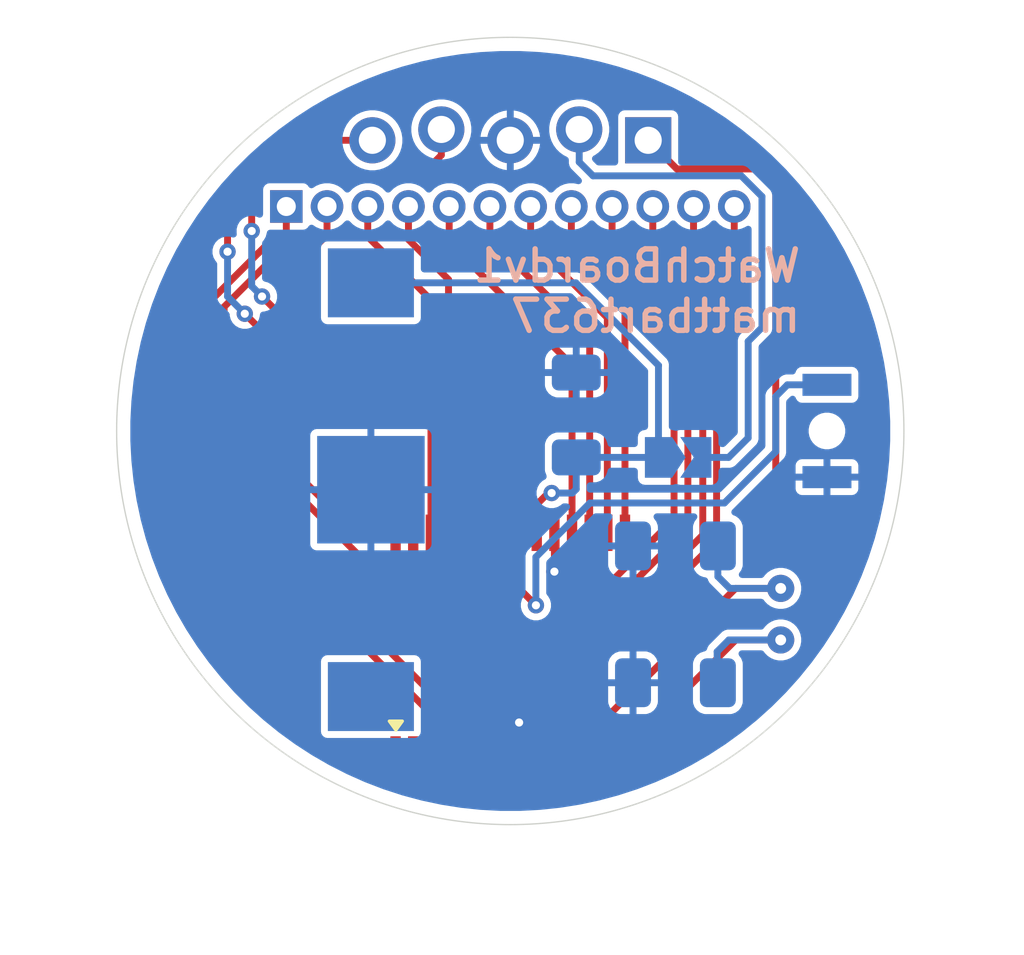
<source format=kicad_pcb>
(kicad_pcb (version 20241229) (generator "pcbnew") (generator_version "9.0")
  (layers (0 "F.Cu" signal) (2 "B.Cu" signal) (13 "F.Paste" user) (15 "B.Paste" user) (5 "F.SilkS" user "F.Silkscreen") (7 "B.SilkS" user "B.Silkscreen") (1 "F.Mask" user) (3 "B.Mask" user) (25 "Edge.Cuts" user))
  (net 0 "")
  (net 1 "GND")
  (net 2 "VBAT")
  (net 3 "T1OSI")
  (net 4 "T1OSO")
  (net 5 "Net-(J1-Pin_2)")
  (net 6 "ICSPDAT")
  (net 7 "ICSPCLK")
  (net 8 "Vpp")
  (net 9 "SEG5")
  (net 10 "COM0")
  (net 11 "SEG1")
  (net 12 "SEG4")
  (net 13 "SEG2")
  (net 14 "COM2")
  (net 15 "COM1")
  (net 16 "COM3")
  (net 17 "USR_BUTTON")
  (net 21 "SEG11")
  (net 23 "SEG10")
  (net 25 "SEG9")
  (net 27 "SEG8")
  (footprint "WatchBoard_Footprints:PIC16F1938-X&slash_SS_MCH-L" (layer "F.Cu") (at 0 7.8331 90)
    (property "Reference" "U1" (hide yes))
    (property "Value" "PIC16F1938")
    (fp_poly (pts (xy -3.184018 -4.215052) (xy -2.854018 -4.455052) (xy -2.854018 -3.975052) (xy -3.184018 -4.215052)) (stroke (width 0.12)) (fill yes) (layer "F.SilkS"))
    (pad "1" smd rect (at -4.0822 -4.225 90) (size 1.339799 0.381) (layers "F.Cu" "F.Mask" "F.Paste") (net 8 "Vpp"))
    (pad "2" smd rect (at -4.0822 -3.574999 90) (size 1.339799 0.381) (layers "F.Cu" "F.Mask" "F.Paste"))
    (pad "3" smd rect (at -4.0822 -2.925 90) (size 1.339799 0.381) (layers "F.Cu" "F.Mask" "F.Paste"))
    (pad "4" smd rect (at -4.0822 -2.274999 90) (size 1.339799 0.381) (layers "F.Cu" "F.Mask" "F.Paste") (net 14 "COM2"))
    (pad "5" smd rect (at -4.0822 -1.625001 90) (size 1.339799 0.381) (layers "F.Cu" "F.Mask" "F.Paste") (net 16 "COM3"))
    (pad "6" smd rect (at -4.0822 -0.974999 90) (size 1.339799 0.381) (layers "F.Cu" "F.Mask" "F.Paste") (net 12 "SEG4"))
    (pad "7" smd rect (at -4.0822 -0.325001 90) (size 1.339799 0.381) (layers "F.Cu" "F.Mask" "F.Paste") (net 9 "SEG5"))
    (pad "8" smd rect (at -4.0822 0.324998 90) (size 1.339799 0.381) (layers "F.Cu" "F.Mask" "F.Paste") (net 1 "GND"))
    (pad "9" smd rect (at -4.0822 0.974999 90) (size 1.339799 0.381) (layers "F.Cu" "F.Mask" "F.Paste") (net 13 "SEG2"))
    (pad "10" smd rect (at -4.0822 1.624998 90) (size 1.339799 0.381) (layers "F.Cu" "F.Mask" "F.Paste") (net 11 "SEG1"))
    (pad "11" smd rect (at -4.0822 2.274999 90) (size 1.339799 0.381) (layers "F.Cu" "F.Mask" "F.Paste") (net 4 "T1OSO"))
    (pad "12" smd rect (at -4.0822 2.924998 90) (size 1.339799 0.381) (layers "F.Cu" "F.Mask" "F.Paste") (net 3 "T1OSI"))
    (pad "13" smd rect (at -4.0822 3.574999 90) (size 1.339799 0.381) (layers "F.Cu" "F.Mask" "F.Paste"))
    (pad "14" smd rect (at -4.0822 4.224998 90) (size 1.339799 0.381) (layers "F.Cu" "F.Mask" "F.Paste"))
    (pad "15" smd rect (at 4.0822 4.225 90) (size 1.339799 0.381) (layers "F.Cu" "F.Mask" "F.Paste") (net 21 "SEG11"))
    (pad "16" smd rect (at 4.0822 3.574999 90) (size 1.339799 0.381) (layers "F.Cu" "F.Mask" "F.Paste") (net 23 "SEG10"))
    (pad "17" smd rect (at 4.0822 2.925 90) (size 1.339799 0.381) (layers "F.Cu" "F.Mask" "F.Paste") (net 25 "SEG9"))
    (pad "18" smd rect (at 4.0822 2.274999 90) (size 1.339799 0.381) (layers "F.Cu" "F.Mask" "F.Paste") (net 27 "SEG8"))
    (pad "19" smd rect (at 4.0822 1.625001 90) (size 1.339799 0.381) (layers "F.Cu" "F.Mask" "F.Paste") (net 1 "GND"))
    (pad "20" smd rect (at 4.0822 0.974999 90) (size 1.339799 0.381) (layers "F.Cu" "F.Mask" "F.Paste") (net 2 "VBAT"))
    (pad "21" smd rect (at 4.0822 0.325001 90) (size 1.339799 0.381) (layers "F.Cu" "F.Mask" "F.Paste"))
    (pad "22" smd rect (at 4.0822 -0.325001 90) (size 1.339799 0.381) (layers "F.Cu" "F.Mask" "F.Paste") (net 17 "USR_BUTTON"))
    (pad "23" smd rect (at 4.0822 -0.974999 90) (size 1.339799 0.381) (layers "F.Cu" "F.Mask" "F.Paste"))
    (pad "24" smd rect (at 4.0822 -1.625001 90) (size 1.339799 0.381) (layers "F.Cu" "F.Mask" "F.Paste"))
    (pad "25" smd rect (at 4.0822 -2.274999 90) (size 1.339799 0.381) (layers "F.Cu" "F.Mask" "F.Paste") (net 10 "COM0"))
    (pad "26" smd rect (at 4.0822 -2.925 90) (size 1.339799 0.381) (layers "F.Cu" "F.Mask" "F.Paste") (net 15 "COM1"))
    (pad "27" smd rect (at 4.0822 -3.574999 90) (size 1.339799 0.381) (layers "F.Cu" "F.Mask" "F.Paste") (net 7 "ICSPCLK"))
    (pad "28" smd rect (at 4.0822 -4.225 90) (size 1.339799 0.381) (layers "F.Cu" "F.Mask" "F.Paste") (net 6 "ICSPDAT"))
  )
  (footprint "WatchBoard_Footprints:LCD-S401M16KR" (layer "F.Cu") (at 0 -1.651)
    (property "Reference" "LCD1" (hide yes))
    (property "Value" "~")
    (pad "1" thru_hole rect (at -8.24997 -6.617954) (size 1.2 1.2) (drill 0.7) (layers "*.Cu" "*.Mask") (net 14 "COM2"))
    (pad "2" thru_hole oval (at -6.74997 -6.617954) (size 1.2 1.2) (drill 0.7) (layers "*.Cu" "*.Mask") (net 16 "COM3"))
    (pad "3" thru_hole oval (at -5.24997 -6.617954) (size 1.2 1.2) (drill 0.7) (layers "*.Cu" "*.Mask") (net 15 "COM1"))
    (pad "4" thru_hole oval (at -3.74997 -6.617954) (size 1.2 1.2) (drill 0.7) (layers "*.Cu" "*.Mask") (net 10 "COM0"))
    (pad "5" thru_hole oval (at -2.24997 -6.617954) (size 1.2 1.2) (drill 0.7) (layers "*.Cu" "*.Mask") (net 27 "SEG8"))
    (pad "6" thru_hole oval (at -0.74997 -6.617954) (size 1.2 1.2) (drill 0.7) (layers "*.Cu" "*.Mask") (net 25 "SEG9"))
    (pad "7" thru_hole oval (at 0.75003 -6.617954) (size 1.2 1.2) (drill 0.7) (layers "*.Cu" "*.Mask") (net 23 "SEG10"))
    (pad "8" thru_hole oval (at 2.25003 -6.617954) (size 1.2 1.2) (drill 0.7) (layers "*.Cu" "*.Mask") (net 21 "SEG11"))
    (pad "9" thru_hole oval (at 3.75003 -6.617954) (size 1.2 1.2) (drill 0.7) (layers "*.Cu" "*.Mask") (net 12 "SEG4"))
    (pad "10" thru_hole oval (at 5.25003 -6.617954) (size 1.2 1.2) (drill 0.7) (layers "*.Cu" "*.Mask") (net 9 "SEG5"))
    (pad "11" thru_hole oval (at 6.75003 -6.617954) (size 1.2 1.2) (drill 0.7) (layers "*.Cu" "*.Mask") (net 13 "SEG2"))
    (pad "12" thru_hole oval (at 8.25003 -6.617954) (size 1.2 1.2) (drill 0.7) (layers "*.Cu" "*.Mask") (net 11 "SEG1"))
  )
  (footprint "WatchBoard_Footprints:ISCPHeader_1x05_P2.54mm" (layer "F.Cu") (at 0 -10.707 -90)
    (property "Reference" "J1" (hide yes))
    (property "Value" "ISCP Connector")
    (pad "1" thru_hole rect (at 0 -5.08 270) (size 1.7 1.7) (drill 1) (layers "*.Cu" "*.Mask") (net 8 "Vpp"))
    (pad "2" thru_hole oval (at -0.4 -2.54 270) (size 1.7 1.7) (drill 1) (layers "*.Cu" "*.Mask") (net 5 "Net-(J1-Pin_2)"))
    (pad "3" thru_hole oval (at 0 0 270) (size 1.7 1.7) (drill 1) (layers "*.Cu" "*.Mask") (net 1 "GND"))
    (pad "4" thru_hole oval (at -0.4 2.54 270) (size 1.7 1.7) (drill 1) (layers "*.Cu" "*.Mask") (net 6 "ICSPDAT"))
    (pad "5" thru_hole oval (at 0 5.08 270) (size 1.7 1.7) (drill 1) (layers "*.Cu" "*.Mask") (net 7 "ICSPCLK"))
  )
  (footprint "WatchBoard_Footprints:C_1206_3216Metric_Pad1.33x1.80mm_HandSolder" (layer "B.Cu") (at 6.084 4.235 180)
    (property "Reference" "C3" (hide yes))
    (property "Value" "24pF")
    (pad "1" smd roundrect (at -1.5625 0 180) (size 1.325 1.8) (layers "B.Cu" "B.Mask" "B.Paste") (roundrect_rratio 0.188679) (net 4 "T1OSO"))
    (pad "2" smd roundrect (at 1.5625 0 180) (size 1.325 1.8) (layers "B.Cu" "B.Mask" "B.Paste") (roundrect_rratio 0.188679) (net 1 "GND"))
  )
  (footprint "WatchBoard_Footprints:SolderJumper-2_P1.3mm_Open_TrianglePad1.0x1.5mm" (layer "B.Cu") (at 6.183671 0.973992)
    (property "Reference" "JP1" (hide yes))
    (property "Value" "~")
    (pad "1" smd custom (at -0.725 0) (size 0.3 0.3) (layers "B.Cu" "B.Mask") (net 2 "VBAT") (options (clearance outline) (anchor rect)) (primitives (gr_poly (pts (xy 1 0) (xy 0.5 -0.75) (xy -0.5 -0.75) (xy -0.5 0.75) (xy 0.5 0.75)) (width 0) (fill yes))))
    (pad "2" smd custom (at 0.725 0) (size 0.3 0.3) (layers "B.Cu" "B.Mask") (net 5 "Net-(J1-Pin_2)") (options (clearance outline) (anchor rect)) (primitives (gr_poly (pts (xy 0.5 -0.75) (xy -0.65 -0.75) (xy -0.15 0) (xy -0.65 0.75) (xy 0.5 0.75)) (width 0) (fill yes))))
  )
  (footprint "WatchBoard_Footprints:SW_B3U-3000P-B_OMR" (layer "B.Cu") (at 11.665 0 90)
    (property "Reference" "SW1" (hide yes))
    (property "Value" "SW_Push")
    (pad "" np_thru_hole circle (at 0 0 270) (size 0.8382 0.8382) (drill 0.8382) (layers "*.Cu" "*.Mask"))
    (pad "1" smd rect (at 1.700002 0 270) (size 0.8128 1.8034) (layers "B.Cu" "B.Mask" "B.Paste") (net 17 "USR_BUTTON"))
    (pad "2" smd rect (at -1.700002 0 270) (size 0.8128 1.8034) (layers "B.Cu" "B.Mask" "B.Paste") (net 1 "GND"))
  )
  (footprint "WatchBoard_Footprints:Crystal_CFS-206_D2.0mm_L6.2mm" (layer "B.Cu") (at 9.961 7.698 90)
    (property "Reference" "Y1" (hide yes))
    (property "Value" "32.768kHz")
    (pad "1" thru_hole circle (at 0 0 270) (size 1 1) (drill 0.4) (layers "*.Cu" "*.Mask") (net 3 "T1OSI"))
    (pad "2" thru_hole circle (at 1.9 0 270) (size 1 1) (drill 0.4) (layers "*.Cu" "*.Mask") (net 4 "T1OSO"))
  )
  (footprint "WatchBoard_Footprints:C_1206_3216Metric_Pad1.33x1.80mm_HandSolder" (layer "B.Cu") (at 6.084 9.274 180)
    (property "Reference" "C2" (hide yes))
    (property "Value" "24pF")
    (pad "1" smd roundrect (at -1.5625 0 180) (size 1.325 1.8) (layers "B.Cu" "B.Mask" "B.Paste") (roundrect_rratio 0.188679) (net 3 "T1OSI"))
    (pad "2" smd roundrect (at 1.5625 0 180) (size 1.325 1.8) (layers "B.Cu" "B.Mask" "B.Paste") (roundrect_rratio 0.188679) (net 1 "GND"))
  )
  (footprint "WatchBoard_Footprints:C_1206_3216Metric_Pad1.33x1.80mm_HandSolder" (layer "B.Cu") (at 2.429864 -0.58963 90)
    (property "Reference" "C1" (hide yes))
    (property "Value" "0.1uF")
    (pad "1" smd roundrect (at -1.5625 0 90) (size 1.325 1.8) (layers "B.Cu" "B.Mask" "B.Paste") (roundrect_rratio 0.188679) (net 2 "VBAT"))
    (pad "2" smd roundrect (at 1.5625 0 90) (size 1.325 1.8) (layers "B.Cu" "B.Mask" "B.Paste") (roundrect_rratio 0.188679) (net 1 "GND"))
  )
  (footprint "WatchBoard_Footprints:keystone_PN2894_BatteryHolder" (layer "B.Cu") (at -5.133999 2.163 90)
    (property "Reference" "BT1" (hide yes))
    (property "Value" "CR1220")
    (pad "1" smd rect (at -7.62 0 270) (size 2.54 3.17) (layers "B.Cu" "B.Mask" "B.Paste") (net 2 "VBAT"))
    (pad "1" smd rect (at 7.62 0 270) (size 2.54 3.17) (layers "B.Cu" "B.Mask" "B.Paste") (net 2 "VBAT"))
    (pad "2" smd rect (at 0 0 270) (size 3.96 3.96) (layers "B.Cu" "B.Mask" "B.Paste") (net 1 "GND"))
  )
  (gr_circle (center 0 0) (end 14.5 0) (stroke (width 0.05)) (fill no) (layer "Edge.Cuts"))
  (gr_text "WatchBoardv1\nmattbart637" (at 10.795 -3.556 0) (layer "B.SilkS") (effects (font (size 1.15 1.15) (thickness 0.2) (bold yes)) (justify left bottom mirror)))
  (segment (start 1.625001 3.7509) (end 1.625001 5.181001) (width 0.254) (layer "F.Cu") (net 1))
  (segment (start 0.324998 11.9153) (end 0.324998 10.738998) (width 0.254) (layer "F.Cu") (net 1))
  (via (at 1.625001 5.181001) (size 0.6) (drill 0.3) (layers "F.Cu" "B.Cu") (net 1))
  (via (at 0.324998 10.738998) (size 0.6) (drill 0.3) (layers "F.Cu" "B.Cu") (net 1))
  (segment (start 0.974999 2.708001) (end 1.397 2.286) (width 0.254) (layer "F.Cu") (net 2))
  (segment (start 0.974999 3.7509) (end 0.974999 2.708001) (width 0.254) (layer "F.Cu") (net 2))
  (segment (start 1.397 2.286) (end 1.524 2.286) (width 0.254) (layer "F.Cu") (net 2))
  (via (at 1.524 2.286) (size 0.6) (drill 0.3) (layers "F.Cu" "B.Cu") (net 2))
  (segment (start 4.148992 0.973992) (end 5.458671 0.973992) (width 0.254) (layer "B.Cu") (net 2))
  (segment (start 4.14787 0.97287) (end 2.429864 0.97287) (width 0.254) (layer "B.Cu") (net 2))
  (segment (start 4.148992 0.973992) (end 4.14787 0.97287) (width 0.254) (layer "B.Cu") (net 2))
  (segment (start 1.524 2.286) (end 2.286 2.286) (width 0.254) (layer "B.Cu") (net 2))
  (segment (start 5.458671 -2.410671) (end 5.458671 0.973992) (width 0.254) (layer "B.Cu") (net 2))
  (segment (start 2.429864 2.142136) (end 2.429864 0.97287) (width 0.254) (layer "B.Cu") (net 2))
  (segment (start 2.417001 -5.456999) (end 5.461 -2.413) (width 0.254) (layer "B.Cu") (net 2))
  (segment (start -5.133999 -5.456999) (end 2.417001 -5.456999) (width 0.254) (layer "B.Cu") (net 2))
  (segment (start 5.461 -2.413) (end 5.458671 -2.410671) (width 0.254) (layer "B.Cu") (net 2))
  (segment (start 2.286 2.286) (end 2.429864 2.142136) (width 0.254) (layer "B.Cu") (net 2))
  (segment (start 5.138599 10.863401) (end 8.304 7.698) (width 0.254) (layer "F.Cu") (net 3))
  (segment (start 3.052998 10.863401) (end 5.138599 10.863401) (width 0.254) (layer "F.Cu") (net 3))
  (segment (start 3.002499 11.856501) (end 2.9437 11.9153) (width 0.254) (layer "F.Cu") (net 3))
  (segment (start 2.924998 11.9153) (end 2.924998 10.991401) (width 0.254) (layer "F.Cu") (net 3))
  (segment (start 2.9437 11.9153) (end 2.924998 11.9153) (width 0.254) (layer "F.Cu") (net 3))
  (segment (start 8.304 7.698) (end 9.961 7.698) (width 0.254) (layer "F.Cu") (net 3))
  (segment (start 2.924998 10.991401) (end 3.052998 10.863401) (width 0.254) (layer "F.Cu") (net 3))
  (segment (start 7.62 9.3745) (end 7.6465 9.401) (width 0.254) (layer "B.Cu") (net 3))
  (segment (start 8.05 7.698) (end 7.62 8.128) (width 0.254) (layer "B.Cu") (net 3))
  (segment (start 9.961 7.698) (end 8.05 7.698) (width 0.254) (layer "B.Cu") (net 3))
  (segment (start 7.62 8.128) (end 7.62 9.3745) (width 0.254) (layer "B.Cu") (net 3))
  (segment (start 8.299 5.798) (end 9.961 5.798) (width 0.254) (layer "F.Cu") (net 4))
  (segment (start 2.274999 11.9153) (end 2.274999 10.871066) (width 0.254) (layer "F.Cu") (net 4))
  (segment (start 2.791664 10.354401) (end 3.742599 10.354401) (width 0.254) (layer "F.Cu") (net 4))
  (segment (start 2.274999 10.871066) (end 2.791664 10.354401) (width 0.254) (layer "F.Cu") (net 4))
  (segment (start 3.742599 10.354401) (end 8.299 5.798) (width 0.254) (layer "F.Cu") (net 4))
  (segment (start 8.084 5.798) (end 7.6465 5.3605) (width 0.254) (layer "B.Cu") (net 4))
  (segment (start 9.961 5.798) (end 8.084 5.798) (width 0.254) (layer "B.Cu") (net 4))
  (segment (start 7.6465 5.3605) (end 7.6465 4.108) (width 0.254) (layer "B.Cu") (net 4))
  (segment (start 2.54 -9.906) (end 2.54 -11.107) (width 0.254) (layer "B.Cu") (net 5))
  (segment (start 8.509 -9.398) (end 3.048 -9.398) (width 0.254) (layer "B.Cu") (net 5))
  (segment (start 6.908671 0.973992) (end 8.043008 0.973992) (width 0.254) (layer "B.Cu") (net 5))
  (segment (start 2.54 -9.906) (end 3.048 -9.398) (width 0.254) (layer "B.Cu") (net 5))
  (segment (start 9.271 -3.81) (end 9.271 -8.636) (width 0.254) (layer "B.Cu") (net 5))
  (segment (start 8.763 0.254) (end 8.763 -3.302) (width 0.254) (layer "B.Cu") (net 5))
  (segment (start 8.043008 0.973992) (end 8.763 0.254) (width 0.254) (layer "B.Cu") (net 5))
  (segment (start 9.271 -8.636) (end 8.509 -9.398) (width 0.254) (layer "B.Cu") (net 5))
  (segment (start 8.763 -3.302) (end 9.271 -3.81) (width 0.254) (layer "B.Cu") (net 5))
  (segment (start -2.54 -11.107) (end -2.54 -10.16) (width 0.254) (layer "F.Cu") (net 6))
  (segment (start -9.525 -8.763) (end -9.525 -7.366) (width 0.254) (layer "F.Cu") (net 6))
  (segment (start -8.509 -3.767835) (end -8.508 -3.766835) (width 0.254) (layer "F.Cu") (net 6))
  (segment (start -8.508 -3.766834) (end -8.508 -3.345166) (width 0.254) (layer "F.Cu") (net 6))
  (segment (start -8.509 -3.767834) (end -8.509 -3.767835) (width 0.254) (layer "F.Cu") (net 6))
  (segment (start -8.509 -4.318) (end -8.509 -3.767834) (width 0.254) (layer "F.Cu") (net 6))
  (segment (start -9.144 -4.953) (end -8.509 -4.318) (width 0.254) (layer "F.Cu") (net 6))
  (segment (start -8.89 -9.398) (end -9.525 -8.763) (width 0.254) (layer "F.Cu") (net 6))
  (segment (start -3.302 -9.398) (end -8.89 -9.398) (width 0.254) (layer "F.Cu") (net 6))
  (segment (start -5.689266 3.7509) (end -4.225 3.7509) (width 0.254) (layer "F.Cu") (net 6))
  (segment (start -8.508 -3.766835) (end -8.508 -3.766834) (width 0.254) (layer "F.Cu") (net 6))
  (segment (start -8.508 0.932166) (end -5.689266 3.7509) (width 0.254) (layer "F.Cu") (net 6))
  (segment (start -8.508 -3.345166) (end -8.508 0.932166) (width 0.254) (layer "F.Cu") (net 6))
  (segment (start -2.54 -10.16) (end -3.302 -9.398) (width 0.254) (layer "F.Cu") (net 6))
  (via (at -9.144 -4.953) (size 0.6) (drill 0.3) (layers "F.Cu" "B.Cu") (net 6))
  (via (at -9.525 -7.366) (size 0.6) (drill 0.3) (layers "F.Cu" "B.Cu") (net 6))
  (segment (start -9.144 -4.953) (end -9.525 -5.334) (width 0.254) (layer "B.Cu") (net 6))
  (segment (start -9.525 -5.334) (end -9.525 -7.366) (width 0.254) (layer "B.Cu") (net 6))
  (segment (start -9.017 -3.556) (end -9.779 -4.318) (width 0.254) (layer "F.Cu") (net 7))
  (segment (start -3.574999 4.725298) (end -3.929701 5.08) (width 0.254) (layer "F.Cu") (net 7))
  (segment (start -3.929701 5.08) (end -5.08 5.08) (width 0.254) (layer "F.Cu") (net 7))
  (segment (start -8.343 -10.707) (end -5.08 -10.707) (width 0.254) (layer "F.Cu") (net 7))
  (segment (start -10.414 -8.636) (end -10.414 -6.604) (width 0.254) (layer "F.Cu") (net 7))
  (segment (start -5.08 -10.707) (end -5.119 -10.668) (width 0.254) (layer "F.Cu") (net 7))
  (segment (start -3.574999 3.7509) (end -3.574999 4.725298) (width 0.254) (layer "F.Cu") (net 7))
  (segment (start -8.343 -10.707) (end -10.414 -8.636) (width 0.254) (layer "F.Cu") (net 7))
  (segment (start -9.017 1.143) (end -9.017 -3.556) (width 0.254) (layer "F.Cu") (net 7))
  (segment (start -5.08 5.08) (end -9.017 1.143) (width 0.254) (layer "F.Cu") (net 7))
  (via (at -10.414 -6.604) (size 0.6) (drill 0.3) (layers "F.Cu" "B.Cu") (net 7))
  (via (at -9.779 -4.318) (size 0.6) (drill 0.3) (layers "F.Cu" "B.Cu") (net 7))
  (segment (start -10.414 -4.953) (end -10.414 -6.604) (width 0.254) (layer "B.Cu") (net 7))
  (segment (start -9.779 -4.318) (end -10.414 -4.953) (width 0.254) (layer "B.Cu") (net 7))
  (segment (start 9.144 -9.652) (end 6.135 -9.652) (width 0.254) (layer "F.Cu") (net 8))
  (segment (start -4.225 11.9153) (end -4.225 12.889698) (width 0.254) (layer "F.Cu") (net 8))
  (segment (start 10.8639 4.8949) (end 9.779 3.81) (width 0.254) (layer "F.Cu") (net 8))
  (segment (start 9.779 -9.017) (end 9.144 -9.652) (width 0.254) (layer "F.Cu") (net 8))
  (segment (start -4.225 12.889698) (end -4.033698 13.081) (width 0.254) (layer "F.Cu") (net 8))
  (segment (start 9.779 3.81) (end 9.779 -9.017) (width 0.254) (layer "F.Cu") (net 8))
  (segment (start 6.858 10.795) (end 8.128 10.795) (width 0.254) (layer "F.Cu") (net 8))
  (segment (start 10.8639 8.0591) (end 10.8639 4.8949) (width 0.254) (layer "F.Cu") (net 8))
  (segment (start -4.033698 13.081) (end 4.572 13.081) (width 0.254) (layer "F.Cu") (net 8))
  (segment (start 8.128 10.795) (end 10.8639 8.0591) (width 0.254) (layer "F.Cu") (net 8))
  (segment (start 6.135 -9.652) (end 5.08 -10.707) (width 0.254) (layer "F.Cu") (net 8))
  (segment (start 4.572 13.081) (end 6.858 10.795) (width 0.254) (layer "F.Cu") (net 8))
  (segment (start 6.5415 3.154666) (end 6.5415 3.1105) (width 0.254) (layer "F.Cu") (net 9))
  (segment (start 6.5415 3.576334) (end 6.5415 3.154666) (width 0.254) (layer "F.Cu") (net 9))
  (segment (start 5.25003 -7.19597) (end 5.25003 -8.268954) (width 0.254) (layer "F.Cu") (net 9))
  (segment (start 6.5415 -4.551666) (end 6.5415 -4.973334) (width 0.254) (layer "F.Cu") (net 9))
  (segment (start 6.5415 -5.9045) (end 5.25003 -7.19597) (width 0.254) (layer "F.Cu") (net 9))
  (segment (start 6.243335 3.8745) (end 6.5415 3.576335) (width 0.254) (layer "F.Cu") (net 9))
  (segment (start 6.5415 3.1105) (end 6.5415 -4.551666) (width 0.254) (layer "F.Cu") (net 9))
  (segment (start 6.5415 3.576335) (end 6.5415 3.576334) (width 0.254) (layer "F.Cu") (net 9))
  (segment (start -0.325001 10.442835) (end 6.243334 3.8745) (width 0.254) (layer "F.Cu") (net 9))
  (segment (start 6.5415 -4.973334) (end 6.5415 -5.9045) (width 0.254) (layer "F.Cu") (net 9))
  (segment (start 6.243334 3.8745) (end 6.243335 3.8745) (width 0.254) (layer "F.Cu") (net 9))
  (segment (start -0.325001 11.9153) (end -0.325001 10.442835) (width 0.254) (layer "F.Cu") (net 9))
  (segment (start -2.274999 -5.576999) (end -3.74997 -7.05197) (width 0.254) (layer "F.Cu") (net 10))
  (segment (start -3.74997 -7.05197) (end -3.74997 -8.268954) (width 0.254) (layer "F.Cu") (net 10))
  (segment (start -2.274999 3.7509) (end -2.274999 -5.576999) (width 0.254) (layer "F.Cu") (net 10))
  (segment (start 1.624998 11.9153) (end 1.624998 10.016836) (width 0.254) (layer "F.Cu") (net 11))
  (segment (start 7.599917 4.041918) (end 7.599917 -6.456917) (width 0.254) (layer "F.Cu") (net 11))
  (segment (start 7.599916 4.041918) (end 7.599917 4.041918) (width 0.254) (layer "F.Cu") (net 11))
  (segment (start 7.599917 -6.456917) (end 8.25003 -7.10703) (width 0.254) (layer "F.Cu") (net 11))
  (segment (start 8.25003 -7.10703) (end 8.25003 -8.268954) (width 0.254) (layer "F.Cu") (net 11))
  (segment (start 1.624998 10.016836) (end 7.599916 4.041918) (width 0.254) (layer "F.Cu") (net 11))
  (segment (start 6.0325 3.2385) (end 6.0325 2.943831) (width 0.254) (layer "F.Cu") (net 12))
  (segment (start 6.0325 -4.340831) (end 6.0325 -4.7625) (width 0.254) (layer "F.Cu") (net 12))
  (segment (start 3.75003 -7.04497) (end 3.75003 -8.268954) (width 0.254) (layer "F.Cu") (net 12))
  (segment (start -0.974999 11.9153) (end -0.974999 10.245999) (width 0.254) (layer "F.Cu") (net 12))
  (segment (start 4.595201 4.802799) (end 4.7975 4.6005) (width 0.254) (layer "F.Cu") (net 12))
  (segment (start 4.468201 4.802799) (end 4.595201 4.802799) (width 0.254) (layer "F.Cu") (net 12))
  (segment (start 4.7975 4.4735) (end 6.0325 3.2385) (width 0.254) (layer "F.Cu") (net 12))
  (segment (start -0.974999 10.245999) (end 4.468201 4.802799) (width 0.254) (layer "F.Cu") (net 12))
  (segment (start 6.0325 2.943831) (end 6.0325 2.899665) (width 0.254) (layer "F.Cu") (net 12))
  (segment (start 4.7975 4.6005) (end 4.7975 4.4735) (width 0.254) (layer "F.Cu") (net 12))
  (segment (start 6.0325 -4.7625) (end 3.75003 -7.04497) (width 0.254) (layer "F.Cu") (net 12))
  (segment (start 6.0325 2.899665) (end 6.0325 -4.340831) (width 0.254) (layer "F.Cu") (net 12))
  (segment (start 6.75003 -7.21997) (end 6.75003 -8.268954) (width 0.254) (layer "F.Cu") (net 13))
  (segment (start 0.974999 11.9153) (end 1.052498 11.9153) (width 0.254) (layer "F.Cu") (net 13))
  (segment (start 0.974999 11.9153) (end 0.974999 9.947001) (width 0.254) (layer "F.Cu") (net 13))
  (segment (start 7.090917 3.831083) (end 7.090917 -6.879083) (width 0.254) (layer "F.Cu") (net 13))
  (segment (start 0.974999 9.947001) (end 7.090917 3.831083) (width 0.254) (layer "F.Cu") (net 13))
  (segment (start 7.090917 -6.879083) (end 6.75003 -7.21997) (width 0.254) (layer "F.Cu") (net 13))
  (segment (start -10.750835 -5.082) (end -10.750834 -5.082) (width 0.254) (layer "F.Cu") (net 14))
  (segment (start -11.049 2.236734) (end -11.049 1.815066) (width 0.254) (layer "F.Cu") (net 14))
  (segment (start -11.049 -4.699) (end -11.049 -4.783835) (width 0.254) (layer "F.Cu") (net 14))
  (segment (start -8.636003 -6.858) (end -8.635002 -6.859001) (width 0.254) (layer "F.Cu") (net 14))
  (segment (start -8.89 -6.858) (end -8.636003 -6.858) (width 0.254) (layer "F.Cu") (net 14))
  (segment (start -11.049 -4.362166) (end -11.049 -4.699) (width 0.254) (layer "F.Cu") (net 14))
  (segment (start -11.049 -4.783835) (end -11.049 -4.783834) (width 0.254) (layer "F.Cu") (net 14))
  (segment (start -8.634999 -6.859001) (end -8.24997 -7.24403) (width 0.254) (layer "F.Cu") (net 14))
  (segment (start -11.049 1.815066) (end -11.049 -4.362166) (width 0.254) (layer "F.Cu") (net 14))
  (segment (start -8.635002 -6.859001) (end -8.635001 -6.859) (width 0.254) (layer "F.Cu") (net 14))
  (segment (start -8.974834 -6.858) (end -8.974835 -6.858) (width 0.254) (layer "F.Cu") (net 14))
  (segment (start -11.049 2.286) (end -11.049 2.236734) (width 0.254) (layer "F.Cu") (net 14))
  (segment (start -9.273 -6.559835) (end -9.273 -6.559834) (width 0.254) (layer "F.Cu") (net 14))
  (segment (start -9.273 -6.559834) (end -8.974834 -6.858) (width 0.254) (layer "F.Cu") (net 14))
  (segment (start -11.049 -4.783834) (end -10.750835 -5.082) (width 0.254) (layer "F.Cu") (net 14))
  (segment (start -10.750834 -5.082) (end -9.273 -6.559835) (width 0.254) (layer "F.Cu") (net 14))
  (segment (start -2.274999 11.060001) (end -11.049 2.286) (width 0.254) (layer "F.Cu") (net 14))
  (segment (start -8.635001 -6.859) (end -8.634999 -6.859001) (width 0.254) (layer "F.Cu") (net 14))
  (segment (start -8.974835 -6.858) (end -8.89 -6.858) (width 0.254) (layer "F.Cu") (net 14))
  (segment (start -8.24997 -7.24403) (end -8.24997 -8.268954) (width 0.254) (layer "F.Cu") (net 14))
  (segment (start -2.274999 11.9153) (end -2.274999 11.060001) (width 0.254) (layer "F.Cu") (net 14))
  (segment (start -5.24997 -8.268954) (end -5.24997 -7.15497) (width 0.254) (layer "F.Cu") (net 15))
  (segment (start -5.24997 -8.268954) (end -5.24997 -8.33903) (width 0.254) (layer "F.Cu") (net 15))
  (segment (start -5.24997 -7.15497) (end -2.921 -4.826) (width 0.254) (layer "F.Cu") (net 15))
  (segment (start -5.24997 -8.33903) (end -5.207 -8.382) (width 0.254) (layer "F.Cu") (net 15))
  (segment (start -2.921 -4.826) (end -2.921 3.482499) (width 0.254) (layer "F.Cu") (net 15))
  (segment (start -10.54 -4.573) (end -10.54 2.0259) (width 0.254) (layer "F.Cu") (net 16))
  (segment (start -6.74997 -8.268954) (end -6.731 -8.249984) (width 0.254) (layer "F.Cu") (net 16))
  (segment (start -1.625001 10.940899) (end -1.625001 11.9153) (width 0.254) (layer "F.Cu") (net 16))
  (segment (start -6.74997 -8.268954) (end -6.74997 -7.22003) (width 0.254) (layer "F.Cu") (net 16))
  (segment (start -8.425166 -6.349) (end -8.764 -6.349) (width 0.254) (layer "F.Cu") (net 16))
  (segment (start -6.74997 -7.22003) (end -7.62 -6.35) (width 0.254) (layer "F.Cu") (net 16))
  (segment (start -8.424166 -6.35) (end -8.424165 -6.35) (width 0.254) (layer "F.Cu") (net 16))
  (segment (start -10.54 2.0259) (end -1.625001 10.940899) (width 0.254) (layer "F.Cu") (net 16))
  (segment (start -7.62 -6.35) (end -8.424166 -6.35) (width 0.254) (layer "F.Cu") (net 16))
  (segment (start -8.764 -6.349) (end -10.54 -4.573) (width 0.254) (layer "F.Cu") (net 16))
  (segment (start -8.424165 -6.35) (end -8.425166 -6.349) (width 0.254) (layer "F.Cu") (net 16))
  (segment (start -0.325001 5.151001) (end 0.944999 6.421001) (width 0.254) (layer "F.Cu") (net 17))
  (segment (start -0.325001 3.7509) (end -0.325001 5.151001) (width 0.254) (layer "F.Cu") (net 17))
  (via (at 0.944999 6.421001) (size 0.6) (drill 0.3) (layers "F.Cu" "B.Cu") (net 17))
  (segment (start 7.88863 2.65237) (end 9.779 0.762) (width 0.254) (layer "B.Cu") (net 17))
  (segment (start 0.943001 6.419003) (end 0.943001 4.644507) (width 0.254) (layer "B.Cu") (net 17))
  (segment (start 0.943001 4.644507) (end 2.935138 2.65237) (width 0.254) (layer "B.Cu") (net 17))
  (segment (start 10.209002 -1.700002) (end 11.665 -1.700002) (width 0.254) (layer "B.Cu") (net 17))
  (segment (start 2.935138 2.65237) (end 7.88863 2.65237) (width 0.254) (layer "B.Cu") (net 17))
  (segment (start 0.944999 6.421001) (end 0.943001 6.419003) (width 0.254) (layer "B.Cu") (net 17))
  (segment (start 9.779 -1.27) (end 10.209002 -1.700002) (width 0.254) (layer "B.Cu") (net 17))
  (segment (start 9.779 0.762) (end 9.779 -1.27) (width 0.254) (layer "B.Cu") (net 17))
  (segment (start 2.25003 -7.02097) (end 2.25003 -8.268954) (width 0.254) (layer "F.Cu") (net 21))
  (segment (start 4.225 3.7509) (end 4.225 -5.046) (width 0.254) (layer "F.Cu") (net 21))
  (segment (start 4.225 -5.046) (end 2.25003 -7.02097) (width 0.254) (layer "F.Cu") (net 21))
  (segment (start 3.574999 -4.172001) (end 0.75003 -6.99697) (width 0.254) (layer "F.Cu") (net 23))
  (segment (start 3.574999 3.7509) (end 3.574999 -4.172001) (width 0.254) (layer "F.Cu") (net 23))
  (segment (start 0.75003 -6.99697) (end 0.75003 -8.268954) (width 0.254) (layer "F.Cu") (net 23))
  (segment (start 3.002499 3.673401) (end 2.925 3.7509) (width 0.254) (layer "F.Cu") (net 25))
  (segment (start -0.74997 -8.268954) (end -0.74997 -7.09997) (width 0.254) (layer "F.Cu") (net 25))
  (segment (start -0.74997 -7.09997) (end 2.925 -3.425) (width 0.254) (layer "F.Cu") (net 25))
  (segment (start 2.925 -3.425) (end 2.925 3.7509) (width 0.254) (layer "F.Cu") (net 25))
  (segment (start 2.274999 3.7509) (end 2.274999 -2.424001) (width 0.254) (layer "F.Cu") (net 27))
  (segment (start -2.24997 -6.94897) (end -2.24997 -8.268954) (width 0.254) (layer "F.Cu") (net 27))
  (segment (start 2.274999 -2.424001) (end -2.24997 -6.94897) (width 0.254) (layer "F.Cu") (net 27))
  (zone (net 1) (net_name "GND") (layer "B.Cu") (connect_pads (clearance 0.254)) (min_thickness 0.25) (fill yes (thermal_gap 0.254) (thermal_bridge_width 0.2541) (island_removal_mode 2) (island_area_min 5))
    (polygon (pts (xy -18.669 -14.351) (xy -17.145 -15.875) (xy 17.018 -15.875) (xy 18.923 -13.97) (xy 18.923 16.002) (xy 15.621 19.304) (xy -13.462 19.304) (xy -18.796 13.97) (xy -18.796 -14.351)))
  )
)
</source>
